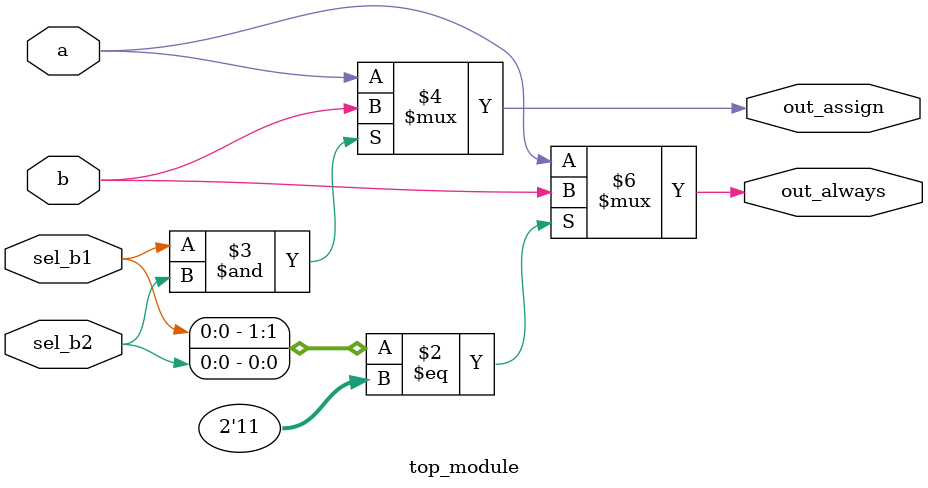
<source format=v>
module top_module(
    input a,
    input b,
    input sel_b1,
    input sel_b2,
    output wire out_assign,
    output reg out_always   
    ); 
    
    always @(*)
        begin
            if({sel_b1,sel_b2}==2'b11) out_always = b;
            else out_always = a;
        end
    assign out_assign = sel_b1&sel_b2 ? b : a;

endmodule
</source>
